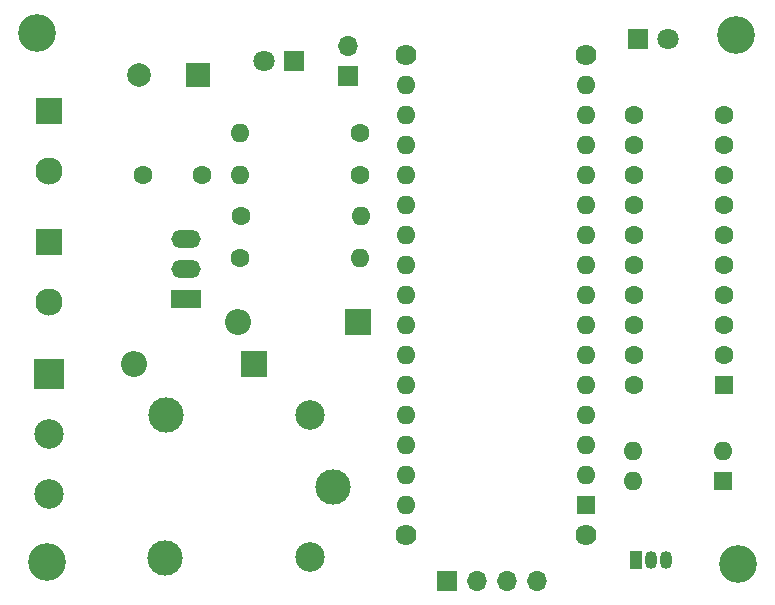
<source format=gbr>
%TF.GenerationSoftware,KiCad,Pcbnew,(5.1.9)-1*%
%TF.CreationDate,2021-10-25T11:11:09+02:00*%
%TF.ProjectId,ArduinoNtcThermostat,41726475-696e-46f4-9e74-63546865726d,rev?*%
%TF.SameCoordinates,Original*%
%TF.FileFunction,Soldermask,Bot*%
%TF.FilePolarity,Negative*%
%FSLAX46Y46*%
G04 Gerber Fmt 4.6, Leading zero omitted, Abs format (unit mm)*
G04 Created by KiCad (PCBNEW (5.1.9)-1) date 2021-10-25 11:11:09*
%MOMM*%
%LPD*%
G01*
G04 APERTURE LIST*
%ADD10C,2.500000*%
%ADD11C,3.000000*%
%ADD12C,3.200000*%
%ADD13R,1.600000X1.600000*%
%ADD14O,1.600000X1.600000*%
%ADD15C,1.780000*%
%ADD16O,2.200000X2.200000*%
%ADD17R,2.200000X2.200000*%
%ADD18R,1.800000X1.800000*%
%ADD19C,1.800000*%
%ADD20R,2.500000X2.500000*%
%ADD21C,2.300000*%
%ADD22R,1.700000X1.700000*%
%ADD23O,1.700000X1.700000*%
%ADD24O,1.050000X1.500000*%
%ADD25R,1.050000X1.500000*%
%ADD26C,1.600000*%
%ADD27R,2.500000X1.500000*%
%ADD28O,2.500000X1.500000*%
%ADD29R,2.000000X2.000000*%
%ADD30C,2.000000*%
G04 APERTURE END LIST*
D10*
%TO.C,K1*%
X118293600Y-75865000D03*
D11*
X106093600Y-75865000D03*
X106043600Y-87915000D03*
D10*
X118293600Y-87865000D03*
D11*
X120243600Y-81915000D03*
%TD*%
D12*
%TO.C,REF\u002A\u002A*%
X154355800Y-43637200D03*
%TD*%
%TO.C,REF\u002A\u002A*%
X154559000Y-88468200D03*
%TD*%
%TO.C,REF\u002A\u002A*%
X95224600Y-43459400D03*
%TD*%
%TO.C,REF\u002A\u002A*%
X96012000Y-88265000D03*
%TD*%
D13*
%TO.C,A1*%
X141643100Y-83451700D03*
D14*
X126403100Y-50431700D03*
X141643100Y-80911700D03*
X126403100Y-52971700D03*
X141643100Y-78371700D03*
X126403100Y-55511700D03*
X141643100Y-75831700D03*
X126403100Y-58051700D03*
X141643100Y-73291700D03*
X126403100Y-60591700D03*
X141643100Y-70751700D03*
X126403100Y-63131700D03*
X141643100Y-68211700D03*
X126403100Y-65671700D03*
X141643100Y-65671700D03*
X126403100Y-68211700D03*
X141643100Y-63131700D03*
X126403100Y-70751700D03*
X141643100Y-60591700D03*
X126403100Y-73291700D03*
X141643100Y-58051700D03*
X126403100Y-75831700D03*
X141643100Y-55511700D03*
X126403100Y-78371700D03*
X141643100Y-52971700D03*
X126403100Y-80911700D03*
X141643100Y-50431700D03*
X126403100Y-83451700D03*
X141643100Y-47891700D03*
X126403100Y-47891700D03*
D15*
X141643100Y-85991700D03*
X126403100Y-85991700D03*
X126403100Y-45351700D03*
X141643100Y-45351700D03*
%TD*%
D16*
%TO.C,D1*%
X112191800Y-67945000D03*
D17*
X122351800Y-67945000D03*
%TD*%
D18*
%TO.C,D2*%
X146075400Y-43992800D03*
D19*
X148615400Y-43992800D03*
%TD*%
%TO.C,D3*%
X114427000Y-45847000D03*
D18*
X116967000Y-45847000D03*
%TD*%
D17*
%TO.C,D4*%
X113588800Y-71501000D03*
D16*
X103428800Y-71501000D03*
%TD*%
D20*
%TO.C,J1*%
X96189800Y-72313800D03*
D10*
X96189800Y-77393800D03*
X96189800Y-82473800D03*
%TD*%
D21*
%TO.C,J2*%
X96189800Y-55194200D03*
D17*
X96189800Y-50114200D03*
%TD*%
%TO.C,J3*%
X96240600Y-61137800D03*
D21*
X96240600Y-66217800D03*
%TD*%
D22*
%TO.C,JP1*%
X121488200Y-47117000D03*
D23*
X121488200Y-44577000D03*
%TD*%
D24*
%TO.C,Q1*%
X147218400Y-88112600D03*
X148488400Y-88112600D03*
D25*
X145948400Y-88112600D03*
%TD*%
D26*
%TO.C,R1*%
X112395000Y-62509400D03*
D14*
X122555000Y-62509400D03*
%TD*%
D26*
%TO.C,R2*%
X112458500Y-59004200D03*
D14*
X122618500Y-59004200D03*
%TD*%
%TO.C,R3*%
X112395000Y-55511700D03*
D26*
X122555000Y-55511700D03*
%TD*%
D14*
%TO.C,R4*%
X112395000Y-51943000D03*
D26*
X122555000Y-51943000D03*
%TD*%
D13*
%TO.C,U1*%
X153289000Y-81407000D03*
D14*
X145669000Y-78867000D03*
X153289000Y-78867000D03*
X145669000Y-81407000D03*
%TD*%
D27*
%TO.C,U2*%
X107823000Y-65963800D03*
D28*
X107823000Y-63423800D03*
X107823000Y-60883800D03*
%TD*%
D29*
%TO.C,C2*%
X108788200Y-47066200D03*
D30*
X103788200Y-47066200D03*
%TD*%
D13*
%TO.C,SW1*%
X153390600Y-73291700D03*
D26*
X153390600Y-70751700D03*
X153390600Y-68211700D03*
X153390600Y-65671700D03*
X153390600Y-63131700D03*
X153390600Y-60591700D03*
X153390600Y-58051700D03*
X145770600Y-58051700D03*
X145770600Y-60591700D03*
X145770600Y-63131700D03*
X145770600Y-65671700D03*
X145770600Y-68211700D03*
X145770600Y-70751700D03*
X145770600Y-73291700D03*
X153390600Y-55511700D03*
X145770600Y-55511700D03*
X153390600Y-52971700D03*
X145770600Y-52971700D03*
X153390600Y-50431700D03*
X145770600Y-50431700D03*
%TD*%
%TO.C,C1*%
X109143800Y-55499000D03*
X104143800Y-55499000D03*
%TD*%
D22*
%TO.C,J4*%
X129870200Y-89839800D03*
D23*
X132410200Y-89839800D03*
X134950200Y-89839800D03*
X137490200Y-89839800D03*
%TD*%
M02*

</source>
